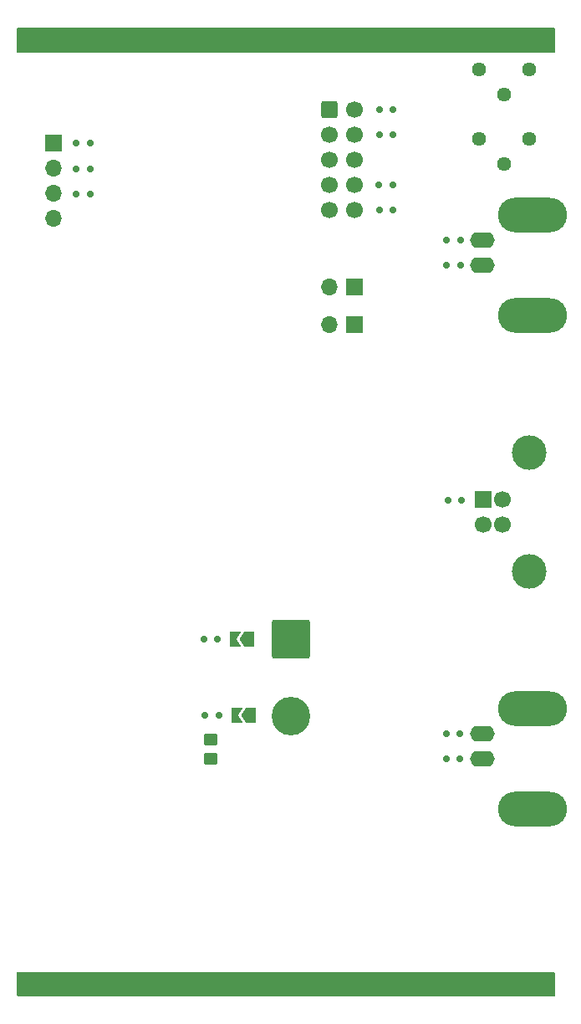
<source format=gbr>
%TF.GenerationSoftware,KiCad,Pcbnew,8.0.0*%
%TF.CreationDate,2024-10-24T21:57:35+02:00*%
%TF.ProjectId,Profiler energetyczny urz_dze_ IoT,50726f66-696c-4657-9220-656e65726765,rev?*%
%TF.SameCoordinates,Original*%
%TF.FileFunction,Soldermask,Bot*%
%TF.FilePolarity,Negative*%
%FSLAX46Y46*%
G04 Gerber Fmt 4.6, Leading zero omitted, Abs format (unit mm)*
G04 Created by KiCad (PCBNEW 8.0.0) date 2024-10-24 21:57:35*
%MOMM*%
%LPD*%
G01*
G04 APERTURE LIST*
G04 Aperture macros list*
%AMRoundRect*
0 Rectangle with rounded corners*
0 $1 Rounding radius*
0 $2 $3 $4 $5 $6 $7 $8 $9 X,Y pos of 4 corners*
0 Add a 4 corners polygon primitive as box body*
4,1,4,$2,$3,$4,$5,$6,$7,$8,$9,$2,$3,0*
0 Add four circle primitives for the rounded corners*
1,1,$1+$1,$2,$3*
1,1,$1+$1,$4,$5*
1,1,$1+$1,$6,$7*
1,1,$1+$1,$8,$9*
0 Add four rect primitives between the rounded corners*
20,1,$1+$1,$2,$3,$4,$5,0*
20,1,$1+$1,$4,$5,$6,$7,0*
20,1,$1+$1,$6,$7,$8,$9,0*
20,1,$1+$1,$8,$9,$2,$3,0*%
%AMFreePoly0*
4,1,6,1.000000,0.000000,0.500000,-0.750000,-0.500000,-0.750000,-0.500000,0.750000,0.500000,0.750000,1.000000,0.000000,1.000000,0.000000,$1*%
%AMFreePoly1*
4,1,6,0.500000,-0.750000,-0.650000,-0.750000,-0.150000,0.000000,-0.650000,0.750000,0.500000,0.750000,0.500000,-0.750000,0.500000,-0.750000,$1*%
G04 Aperture macros list end*
%ADD10RoundRect,0.250000X-0.600000X-0.600000X0.600000X-0.600000X0.600000X0.600000X-0.600000X0.600000X0*%
%ADD11C,1.700000*%
%ADD12R,1.700000X1.700000*%
%ADD13O,1.700000X1.700000*%
%ADD14C,3.500000*%
%ADD15C,1.440000*%
%ADD16RoundRect,0.250002X-1.699998X1.699998X-1.699998X-1.699998X1.699998X-1.699998X1.699998X1.699998X0*%
%ADD17C,3.900000*%
%ADD18O,2.500000X1.600000*%
%ADD19O,7.000000X3.500000*%
%ADD20RoundRect,0.150000X-0.150000X-0.200000X0.150000X-0.200000X0.150000X0.200000X-0.150000X0.200000X0*%
%ADD21RoundRect,0.150000X0.150000X0.200000X-0.150000X0.200000X-0.150000X-0.200000X0.150000X-0.200000X0*%
%ADD22FreePoly0,180.000000*%
%ADD23FreePoly1,180.000000*%
%ADD24RoundRect,0.250000X0.450000X-0.350000X0.450000X0.350000X-0.450000X0.350000X-0.450000X-0.350000X0*%
G04 APERTURE END LIST*
D10*
%TO.C,U1*%
X126647500Y-73520000D03*
D11*
X129187500Y-73520000D03*
X126647500Y-76060000D03*
X129187500Y-76060000D03*
X126647500Y-78600000D03*
X129187500Y-78600000D03*
X126647500Y-81140000D03*
X129187500Y-81140000D03*
X126647500Y-83680000D03*
X129187500Y-83680000D03*
%TD*%
D12*
%TO.C,J3*%
X129225000Y-91450000D03*
D13*
X126685000Y-91450000D03*
%TD*%
D12*
%TO.C,J1*%
X142222500Y-113000000D03*
D11*
X142222500Y-115500000D03*
X144222500Y-115500000D03*
X144222500Y-113000000D03*
D14*
X146932500Y-108230000D03*
X146932500Y-120270000D03*
%TD*%
D15*
%TO.C,RV1*%
X146900000Y-69500000D03*
X144360000Y-72040000D03*
X141820000Y-69500000D03*
%TD*%
D12*
%TO.C,J2*%
X129225000Y-95300000D03*
D13*
X126685000Y-95300000D03*
%TD*%
D16*
%TO.C,J5*%
X122800000Y-127100000D03*
D17*
X122800000Y-134900000D03*
%TD*%
D18*
%TO.C,J7*%
X142170000Y-89250000D03*
D19*
X147250000Y-84170000D03*
D18*
X142170000Y-86710000D03*
D19*
X147250000Y-94330000D03*
%TD*%
D15*
%TO.C,RV2*%
X146875000Y-76525000D03*
X144335000Y-79065000D03*
X141795000Y-76525000D03*
%TD*%
D18*
%TO.C,J6*%
X142170000Y-139250000D03*
D19*
X147250000Y-134170000D03*
D18*
X142170000Y-136710000D03*
D19*
X147250000Y-144330000D03*
%TD*%
D12*
%TO.C,J4*%
X98702500Y-76950000D03*
D13*
X98702500Y-79490000D03*
X98702500Y-82030000D03*
X98702500Y-84570000D03*
%TD*%
D20*
%TO.C,D16*%
X133100000Y-76050000D03*
X131700000Y-76050000D03*
%TD*%
D21*
%TO.C,D12*%
X138500000Y-136700000D03*
X139900000Y-136700000D03*
%TD*%
D20*
%TO.C,D21*%
X102400000Y-76950000D03*
X101000000Y-76950000D03*
%TD*%
D21*
%TO.C,D22*%
X138545000Y-86700000D03*
X139945000Y-86700000D03*
%TD*%
D22*
%TO.C,JP6*%
X118700000Y-134850000D03*
D23*
X117250000Y-134850000D03*
%TD*%
D22*
%TO.C,JP5*%
X118550000Y-127100000D03*
D23*
X117100000Y-127100000D03*
%TD*%
D21*
%TO.C,D11*%
X138495000Y-139250000D03*
X139895000Y-139250000D03*
%TD*%
D20*
%TO.C,D15*%
X133100000Y-73550000D03*
X131700000Y-73550000D03*
%TD*%
%TO.C,D18*%
X133100000Y-83700000D03*
X131700000Y-83700000D03*
%TD*%
%TO.C,D14*%
X115330000Y-127100000D03*
X113930000Y-127100000D03*
%TD*%
D21*
%TO.C,D9*%
X138545000Y-89250000D03*
X139945000Y-89250000D03*
%TD*%
%TO.C,D10*%
X138650000Y-113100000D03*
X140050000Y-113100000D03*
%TD*%
D20*
%TO.C,D20*%
X102400000Y-82050000D03*
X101000000Y-82050000D03*
%TD*%
D24*
%TO.C,R11*%
X114600000Y-139250000D03*
X114600000Y-137250000D03*
%TD*%
D20*
%TO.C,D13*%
X115450000Y-134850000D03*
X114050000Y-134850000D03*
%TD*%
%TO.C,D17*%
X133050000Y-81150000D03*
X131650000Y-81150000D03*
%TD*%
%TO.C,D19*%
X102400000Y-79500000D03*
X101000000Y-79500000D03*
%TD*%
G36*
X149443039Y-160819685D02*
G01*
X149488794Y-160872489D01*
X149500000Y-160924000D01*
X149500000Y-163126000D01*
X149480315Y-163193039D01*
X149427511Y-163238794D01*
X149376000Y-163250000D01*
X95124000Y-163250000D01*
X95056961Y-163230315D01*
X95011206Y-163177511D01*
X95000000Y-163126000D01*
X95000000Y-160924000D01*
X95019685Y-160856961D01*
X95072489Y-160811206D01*
X95124000Y-160800000D01*
X149376000Y-160800000D01*
X149443039Y-160819685D01*
G37*
G36*
X149443039Y-65269685D02*
G01*
X149488794Y-65322489D01*
X149500000Y-65374000D01*
X149500000Y-67626000D01*
X149480315Y-67693039D01*
X149427511Y-67738794D01*
X149376000Y-67750000D01*
X95124000Y-67750000D01*
X95056961Y-67730315D01*
X95011206Y-67677511D01*
X95000000Y-67626000D01*
X95000000Y-65374000D01*
X95019685Y-65306961D01*
X95072489Y-65261206D01*
X95124000Y-65250000D01*
X149376000Y-65250000D01*
X149443039Y-65269685D01*
G37*
M02*

</source>
